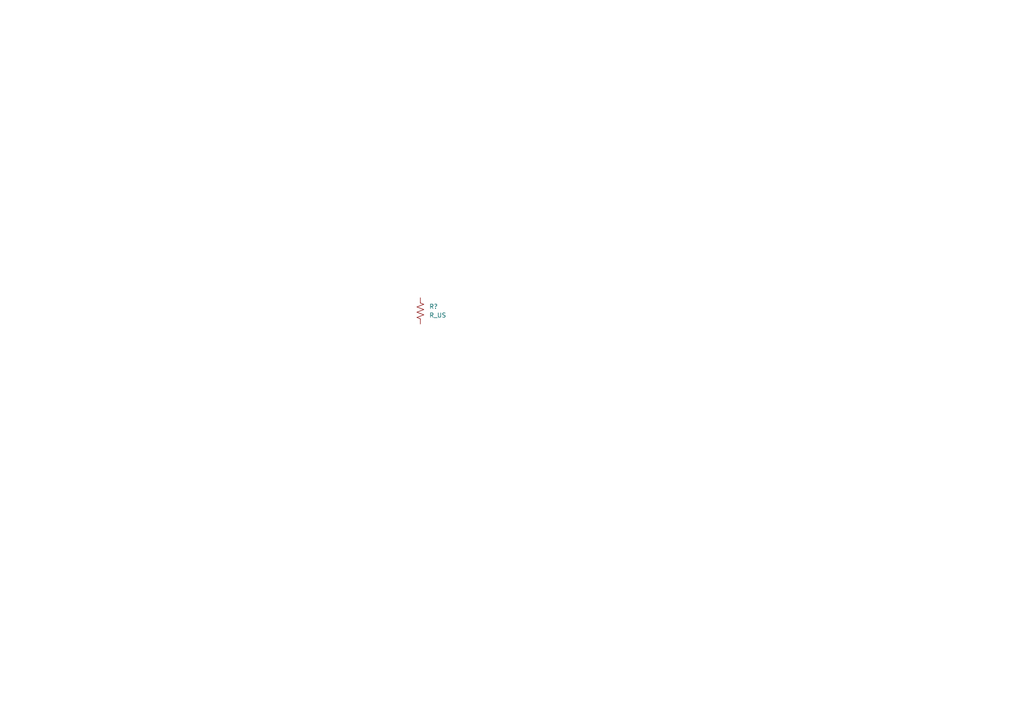
<source format=kicad_sch>
(kicad_sch (version 20211123) (generator eeschema)
  (paper "A4")
  (lib_symbols
    (symbol "Device:R_US" (pin_numbers hide) (pin_names (offset 0))
      (property "Reference" "R" (at 2.54 0 90))
      (property "Value" "R_US" (at -2.54 0 90))
      (symbol "R_US_0_1"
        (polyline (pts (xy 0 -2.286) (xy 0 -2.54)))
        (polyline (pts (xy 0 2.286) (xy 0 2.54)))
        (polyline (pts (xy 0 -0.762) (xy 1.016 -1.143) (xy 0 -1.524) (xy -1.016 -1.905) (xy 0 -2.286)))
        (polyline (pts (xy 0 0.762) (xy 1.016 0.381) (xy 0 0) (xy -1.016 -0.381) (xy 0 -0.762)))
        (polyline (pts (xy 0 2.286) (xy 1.016 1.905) (xy 0 1.524) (xy -1.016 1.143) (xy 0 0.762)))
      )
      (symbol "R_US_1_1"
        (pin passive line (at 0 3.81 270) (length 1.27) (name "~") (number "1"))
        (pin passive line (at 0 -3.81 90) (length 1.27) (name "~") (number "2"))
      )
    )
  )
  (symbol (lib_id "Device:R_US") (at 121.92 90.17 0) (unit 1)
    (property "Reference" "R?" (at 124.46 88.8999 0) (effects (justify left)))
    (property "Value" "R_US" (at 124.46 91.4399 0) (effects (justify left)))
  )
)
</source>
